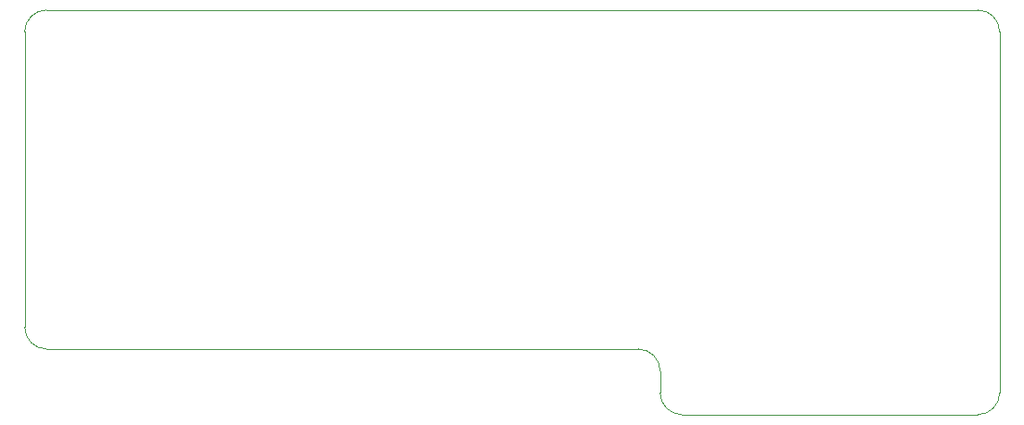
<source format=gm1>
%TF.GenerationSoftware,KiCad,Pcbnew,5.1.9+dfsg1-1+deb11u1*%
%TF.CreationDate,2025-10-29T09:53:25+01:00*%
%TF.ProjectId,VERA--HDMI-Expansion,56455241-2d58-4452-9d48-444d492d4578,1.1*%
%TF.SameCoordinates,Original*%
%TF.FileFunction,Profile,NP*%
%FSLAX46Y46*%
G04 Gerber Fmt 4.6, Leading zero omitted, Abs format (unit mm)*
G04 Created by KiCad (PCBNEW 5.1.9+dfsg1-1+deb11u1) date 2025-10-29 09:53:25*
%MOMM*%
%LPD*%
G01*
G04 APERTURE LIST*
%TA.AperFunction,Profile*%
%ADD10C,0.050000*%
%TD*%
G04 APERTURE END LIST*
D10*
X166500000Y-113400000D02*
G75*
G02*
X164500000Y-111400000I0J2000000D01*
G01*
X162500000Y-107400000D02*
G75*
G02*
X164500000Y-109400000I0J-2000000D01*
G01*
X108500000Y-107400000D02*
G75*
G02*
X106500000Y-105400000I0J2000000D01*
G01*
X195500000Y-111400000D02*
G75*
G02*
X193500000Y-113400000I-2000000J0D01*
G01*
X193500000Y-76400000D02*
G75*
G02*
X195500000Y-78400000I0J-2000000D01*
G01*
X106500000Y-78400000D02*
G75*
G02*
X108500000Y-76400000I2000000J0D01*
G01*
X164500000Y-109400000D02*
X164500000Y-111400000D01*
X108500000Y-107400000D02*
X162500000Y-107400000D01*
X106500000Y-78400000D02*
X106500000Y-105400000D01*
X193500000Y-76400000D02*
X108500000Y-76400000D01*
X195500000Y-111400000D02*
X195500000Y-78400000D01*
X166500000Y-113400000D02*
X193500000Y-113400000D01*
M02*

</source>
